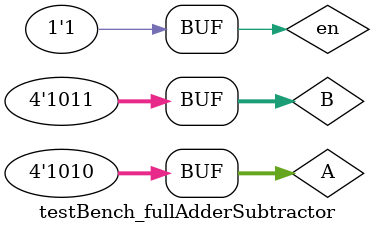
<source format=sv>
module testBench_fullAdderSubtractor;
  // declaring inputs and outputs
  reg [3:0] A,B;
  reg en;
  wire [3:0] sum;
  wire carry;
  
  // instantiation of the fullAdderSubtractor_4Bit module
  fullAdderSubtractor_4Bit FAS4(sum, carry, A, B, en);
  
  integer i; // loop variable

  initial begin
    // Initialize the registers
    A = 4'b0000;
    B = 4'b0000;
    en = 0;
  end
initial begin
    // Create dumpfile for waveform analysis
    $dumpfile("dump.vcd");
    $dumpvars(1, testBench_fullAdderSubtractor);
    
    // Monitor changes in values
    $monitor($time, " A=%b, B=%b, sum=%b, carry=%b, en=%b", A, B, sum, carry, en);

    // Apply test values with a delay
    #5;A = 4'b1010;
  	   B = 4'b1011;
  	   en = 1'b0;
  
  #5;A = 4'b1010;
  	   B = 4'b1011;
  	   en = 1'b1;
end
endmodule

</source>
